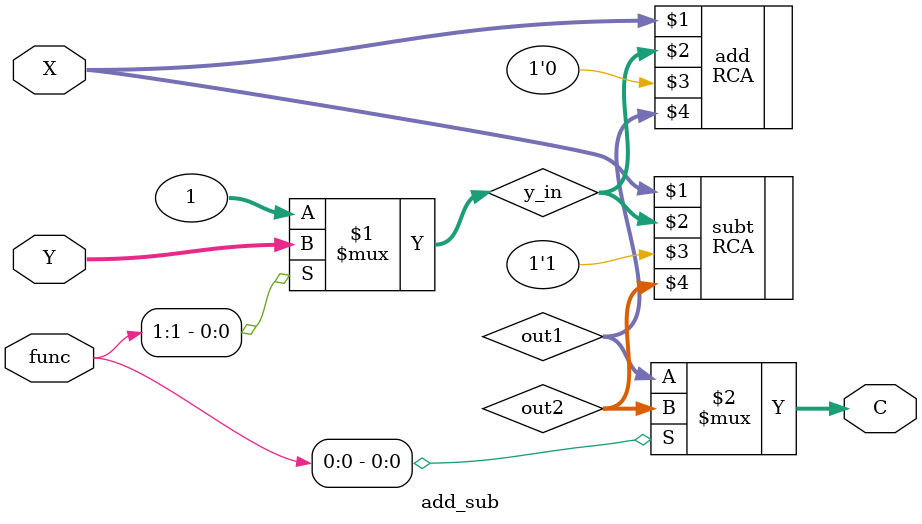
<source format=v>
module add_sub(input [31:0] X, input [31:0] Y, input [2:0] func, output [31:0] C);
    // func[0] decides 1 or Y
    // func[1] decides addition or subt
    
    //Func[2:0] codes:
    // Add/Addi: 010
    // Sub/Subi: 011
    // Inc: 000
    // Dec: 001
    wire [31:0] y_in;
    assign y_in = func[1] ? Y : 32'b1;  // choose inc-dec or add-sub
    
    wire [31:0] out1,out2;
    
    RCA add(X, y_in, 1'b0, out1);
    RCA subt(X, y_in, 1'b1, out2);
    
    assign C = func[0] ? out2 : out1;   // choose add-inc or sub-dec 
endmodule

</source>
